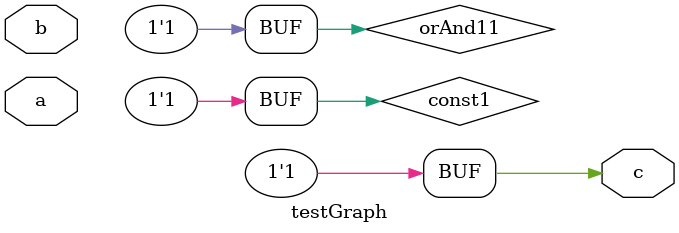
<source format=v>

module testGraph(
	a, b, 
	c
);
	// Writing inputs
	input a, b;
	// Writing outputs
	output c;
	// Writing gates for main graph
	wire andAB, orAnd11;
	
	wire const1;
	assign const1 = 1'b1;

	assign andAB = a & b;
	assign orAnd11 = andAB | const1;

	assign c = orAnd11;
endmodule

</source>
